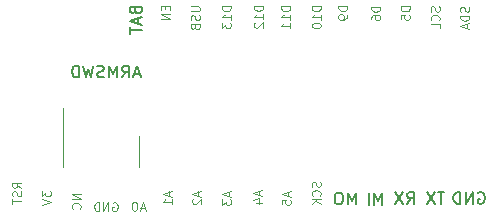
<source format=gbr>
G04 #@! TF.GenerationSoftware,KiCad,Pcbnew,(2017-09-09 revision 8c7175b)-master*
G04 #@! TF.CreationDate,2017-09-11T12:48:41-07:00*
G04 #@! TF.ProjectId,feather_ice40,666561746865725F69636534302E6B69,rev?*
G04 #@! TF.SameCoordinates,Original*
G04 #@! TF.FileFunction,Legend,Bot*
G04 #@! TF.FilePolarity,Positive*
%FSLAX46Y46*%
G04 Gerber Fmt 4.6, Leading zero omitted, Abs format (unit mm)*
G04 Created by KiCad (PCBNEW (2017-09-09 revision 8c7175b)-master) date Monday, September 11, 2017 'PMt' 12:48:41 PM*
%MOMM*%
%LPD*%
G01*
G04 APERTURE LIST*
%ADD10C,0.150000*%
%ADD11C,0.100000*%
%ADD12C,0.120000*%
G04 APERTURE END LIST*
D10*
X108277302Y-69655986D02*
X107801112Y-69655986D01*
X108372540Y-69941700D02*
X108039207Y-68941700D01*
X107705874Y-69941700D01*
X106801112Y-69941700D02*
X107134445Y-69465510D01*
X107372540Y-69941700D02*
X107372540Y-68941700D01*
X106991588Y-68941700D01*
X106896350Y-68989320D01*
X106848731Y-69036939D01*
X106801112Y-69132177D01*
X106801112Y-69275034D01*
X106848731Y-69370272D01*
X106896350Y-69417891D01*
X106991588Y-69465510D01*
X107372540Y-69465510D01*
X106372540Y-69941700D02*
X106372540Y-68941700D01*
X106039207Y-69655986D01*
X105705874Y-68941700D01*
X105705874Y-69941700D01*
X105277302Y-69894081D02*
X105134445Y-69941700D01*
X104896350Y-69941700D01*
X104801112Y-69894081D01*
X104753493Y-69846462D01*
X104705874Y-69751224D01*
X104705874Y-69655986D01*
X104753493Y-69560748D01*
X104801112Y-69513129D01*
X104896350Y-69465510D01*
X105086826Y-69417891D01*
X105182064Y-69370272D01*
X105229683Y-69322653D01*
X105277302Y-69227415D01*
X105277302Y-69132177D01*
X105229683Y-69036939D01*
X105182064Y-68989320D01*
X105086826Y-68941700D01*
X104848731Y-68941700D01*
X104705874Y-68989320D01*
X104372540Y-68941700D02*
X104134445Y-69941700D01*
X103943969Y-69227415D01*
X103753493Y-69941700D01*
X103515398Y-68941700D01*
X103134445Y-69941700D02*
X103134445Y-68941700D01*
X102896350Y-68941700D01*
X102753493Y-68989320D01*
X102658255Y-69084558D01*
X102610636Y-69179796D01*
X102563017Y-69370272D01*
X102563017Y-69513129D01*
X102610636Y-69703605D01*
X102658255Y-69798843D01*
X102753493Y-69894081D01*
X102896350Y-69941700D01*
X103134445Y-69941700D01*
D11*
X98271525Y-79299565D02*
X97914382Y-79049565D01*
X98271525Y-78870994D02*
X97521525Y-78870994D01*
X97521525Y-79156708D01*
X97557240Y-79228137D01*
X97592954Y-79263851D01*
X97664382Y-79299565D01*
X97771525Y-79299565D01*
X97842954Y-79263851D01*
X97878668Y-79228137D01*
X97914382Y-79156708D01*
X97914382Y-78870994D01*
X98235811Y-79585280D02*
X98271525Y-79692422D01*
X98271525Y-79870994D01*
X98235811Y-79942422D01*
X98200097Y-79978137D01*
X98128668Y-80013851D01*
X98057240Y-80013851D01*
X97985811Y-79978137D01*
X97950097Y-79942422D01*
X97914382Y-79870994D01*
X97878668Y-79728137D01*
X97842954Y-79656708D01*
X97807240Y-79620994D01*
X97735811Y-79585280D01*
X97664382Y-79585280D01*
X97592954Y-79620994D01*
X97557240Y-79656708D01*
X97521525Y-79728137D01*
X97521525Y-79906708D01*
X97557240Y-80013851D01*
X97521525Y-80228137D02*
X97521525Y-80656708D01*
X98271525Y-80442422D02*
X97521525Y-80442422D01*
X99995485Y-79545251D02*
X99995485Y-80009537D01*
X100281200Y-79759537D01*
X100281200Y-79866680D01*
X100316914Y-79938108D01*
X100352628Y-79973822D01*
X100424057Y-80009537D01*
X100602628Y-80009537D01*
X100674057Y-79973822D01*
X100709771Y-79938108D01*
X100745485Y-79866680D01*
X100745485Y-79652394D01*
X100709771Y-79580965D01*
X100674057Y-79545251D01*
X99995485Y-80223822D02*
X100745485Y-80473822D01*
X99995485Y-80723822D01*
X103285485Y-79832194D02*
X102535485Y-79832194D01*
X103285485Y-80260765D01*
X102535485Y-80260765D01*
X103214057Y-81046480D02*
X103249771Y-81010765D01*
X103285485Y-80903622D01*
X103285485Y-80832194D01*
X103249771Y-80725051D01*
X103178342Y-80653622D01*
X103106914Y-80617908D01*
X102964057Y-80582194D01*
X102856914Y-80582194D01*
X102714057Y-80617908D01*
X102642628Y-80653622D01*
X102571200Y-80725051D01*
X102535485Y-80832194D01*
X102535485Y-80903622D01*
X102571200Y-81010765D01*
X102606914Y-81046480D01*
X106006828Y-80559560D02*
X106078257Y-80523845D01*
X106185400Y-80523845D01*
X106292542Y-80559560D01*
X106363971Y-80630988D01*
X106399685Y-80702417D01*
X106435400Y-80845274D01*
X106435400Y-80952417D01*
X106399685Y-81095274D01*
X106363971Y-81166702D01*
X106292542Y-81238131D01*
X106185400Y-81273845D01*
X106113971Y-81273845D01*
X106006828Y-81238131D01*
X105971114Y-81202417D01*
X105971114Y-80952417D01*
X106113971Y-80952417D01*
X105649685Y-81273845D02*
X105649685Y-80523845D01*
X105221114Y-81273845D01*
X105221114Y-80523845D01*
X104863971Y-81273845D02*
X104863971Y-80523845D01*
X104685400Y-80523845D01*
X104578257Y-80559560D01*
X104506828Y-80630988D01*
X104471114Y-80702417D01*
X104435400Y-80845274D01*
X104435400Y-80952417D01*
X104471114Y-81095274D01*
X104506828Y-81166702D01*
X104578257Y-81238131D01*
X104685400Y-81273845D01*
X104863971Y-81273845D01*
X108716854Y-81003680D02*
X108359711Y-81003680D01*
X108788282Y-81217965D02*
X108538282Y-80467965D01*
X108288282Y-81217965D01*
X107895425Y-80467965D02*
X107823997Y-80467965D01*
X107752568Y-80503680D01*
X107716854Y-80539394D01*
X107681140Y-80610822D01*
X107645425Y-80753680D01*
X107645425Y-80932251D01*
X107681140Y-81075108D01*
X107716854Y-81146537D01*
X107752568Y-81182251D01*
X107823997Y-81217965D01*
X107895425Y-81217965D01*
X107966854Y-81182251D01*
X108002568Y-81146537D01*
X108038282Y-81075108D01*
X108073997Y-80932251D01*
X108073997Y-80753680D01*
X108038282Y-80610822D01*
X108002568Y-80539394D01*
X107966854Y-80503680D01*
X107895425Y-80467965D01*
X110787720Y-79601285D02*
X110787720Y-79958428D01*
X111002005Y-79529857D02*
X110252005Y-79779857D01*
X111002005Y-80029857D01*
X111002005Y-80672714D02*
X111002005Y-80244142D01*
X111002005Y-80458428D02*
X110252005Y-80458428D01*
X110359148Y-80387000D01*
X110430577Y-80315571D01*
X110466291Y-80244142D01*
X113266760Y-79601285D02*
X113266760Y-79958428D01*
X113481045Y-79529857D02*
X112731045Y-79779857D01*
X113481045Y-80029857D01*
X112802474Y-80244142D02*
X112766760Y-80279857D01*
X112731045Y-80351285D01*
X112731045Y-80529857D01*
X112766760Y-80601285D01*
X112802474Y-80637000D01*
X112873902Y-80672714D01*
X112945331Y-80672714D01*
X113052474Y-80637000D01*
X113481045Y-80208428D01*
X113481045Y-80672714D01*
X115822000Y-79662245D02*
X115822000Y-80019388D01*
X116036285Y-79590817D02*
X115286285Y-79840817D01*
X116036285Y-80090817D01*
X115286285Y-80269388D02*
X115286285Y-80733674D01*
X115572000Y-80483674D01*
X115572000Y-80590817D01*
X115607714Y-80662245D01*
X115643428Y-80697960D01*
X115714857Y-80733674D01*
X115893428Y-80733674D01*
X115964857Y-80697960D01*
X116000571Y-80662245D01*
X116036285Y-80590817D01*
X116036285Y-80376531D01*
X116000571Y-80305102D01*
X115964857Y-80269388D01*
X118438200Y-79540325D02*
X118438200Y-79897468D01*
X118652485Y-79468897D02*
X117902485Y-79718897D01*
X118652485Y-79968897D01*
X118152485Y-80540325D02*
X118652485Y-80540325D01*
X117866771Y-80361754D02*
X118402485Y-80183182D01*
X118402485Y-80647468D01*
X120856280Y-79641925D02*
X120856280Y-79999068D01*
X121070565Y-79570497D02*
X120320565Y-79820497D01*
X121070565Y-80070497D01*
X120320565Y-80677640D02*
X120320565Y-80320497D01*
X120677708Y-80284782D01*
X120641994Y-80320497D01*
X120606280Y-80391925D01*
X120606280Y-80570497D01*
X120641994Y-80641925D01*
X120677708Y-80677640D01*
X120749137Y-80713354D01*
X120927708Y-80713354D01*
X120999137Y-80677640D01*
X121034851Y-80641925D01*
X121070565Y-80570497D01*
X121070565Y-80391925D01*
X121034851Y-80320497D01*
X120999137Y-80284782D01*
X123574851Y-78771394D02*
X123610565Y-78878537D01*
X123610565Y-79057108D01*
X123574851Y-79128537D01*
X123539137Y-79164251D01*
X123467708Y-79199965D01*
X123396280Y-79199965D01*
X123324851Y-79164251D01*
X123289137Y-79128537D01*
X123253422Y-79057108D01*
X123217708Y-78914251D01*
X123181994Y-78842822D01*
X123146280Y-78807108D01*
X123074851Y-78771394D01*
X123003422Y-78771394D01*
X122931994Y-78807108D01*
X122896280Y-78842822D01*
X122860565Y-78914251D01*
X122860565Y-79092822D01*
X122896280Y-79199965D01*
X123539137Y-79949965D02*
X123574851Y-79914251D01*
X123610565Y-79807108D01*
X123610565Y-79735680D01*
X123574851Y-79628537D01*
X123503422Y-79557108D01*
X123431994Y-79521394D01*
X123289137Y-79485680D01*
X123181994Y-79485680D01*
X123039137Y-79521394D01*
X122967708Y-79557108D01*
X122896280Y-79628537D01*
X122860565Y-79735680D01*
X122860565Y-79807108D01*
X122896280Y-79914251D01*
X122931994Y-79949965D01*
X123610565Y-80271394D02*
X122860565Y-80271394D01*
X123610565Y-80699965D02*
X123181994Y-80378537D01*
X122860565Y-80699965D02*
X123289137Y-80271394D01*
D10*
X126587142Y-80690980D02*
X126587142Y-79690980D01*
X126253809Y-80405266D01*
X125920476Y-79690980D01*
X125920476Y-80690980D01*
X125253809Y-79690980D02*
X125063333Y-79690980D01*
X124968095Y-79738600D01*
X124872857Y-79833838D01*
X124825238Y-80024314D01*
X124825238Y-80357647D01*
X124872857Y-80548123D01*
X124968095Y-80643361D01*
X125063333Y-80690980D01*
X125253809Y-80690980D01*
X125349047Y-80643361D01*
X125444285Y-80548123D01*
X125491904Y-80357647D01*
X125491904Y-80024314D01*
X125444285Y-79833838D01*
X125349047Y-79738600D01*
X125253809Y-79690980D01*
X128841428Y-80716380D02*
X128841428Y-79716380D01*
X128508095Y-80430666D01*
X128174761Y-79716380D01*
X128174761Y-80716380D01*
X127698571Y-80716380D02*
X127698571Y-79716380D01*
X130951266Y-80665580D02*
X131284600Y-80189390D01*
X131522695Y-80665580D02*
X131522695Y-79665580D01*
X131141742Y-79665580D01*
X131046504Y-79713200D01*
X130998885Y-79760819D01*
X130951266Y-79856057D01*
X130951266Y-79998914D01*
X130998885Y-80094152D01*
X131046504Y-80141771D01*
X131141742Y-80189390D01*
X131522695Y-80189390D01*
X130617933Y-79665580D02*
X129951266Y-80665580D01*
X129951266Y-79665580D02*
X130617933Y-80665580D01*
X134086504Y-79665580D02*
X133515076Y-79665580D01*
X133800790Y-80665580D02*
X133800790Y-79665580D01*
X133276980Y-79665580D02*
X132610314Y-80665580D01*
X132610314Y-79665580D02*
X133276980Y-80665580D01*
X136956704Y-79687800D02*
X137051942Y-79640180D01*
X137194800Y-79640180D01*
X137337657Y-79687800D01*
X137432895Y-79783038D01*
X137480514Y-79878276D01*
X137528133Y-80068752D01*
X137528133Y-80211609D01*
X137480514Y-80402085D01*
X137432895Y-80497323D01*
X137337657Y-80592561D01*
X137194800Y-80640180D01*
X137099561Y-80640180D01*
X136956704Y-80592561D01*
X136909085Y-80544942D01*
X136909085Y-80211609D01*
X137099561Y-80211609D01*
X136480514Y-80640180D02*
X136480514Y-79640180D01*
X135909085Y-80640180D01*
X135909085Y-79640180D01*
X135432895Y-80640180D02*
X135432895Y-79640180D01*
X135194800Y-79640180D01*
X135051942Y-79687800D01*
X134956704Y-79783038D01*
X134909085Y-79878276D01*
X134861466Y-80068752D01*
X134861466Y-80211609D01*
X134909085Y-80402085D01*
X134956704Y-80497323D01*
X135051942Y-80592561D01*
X135194800Y-80640180D01*
X135432895Y-80640180D01*
D11*
X136163091Y-63965965D02*
X136198805Y-64073108D01*
X136198805Y-64251680D01*
X136163091Y-64323108D01*
X136127377Y-64358822D01*
X136055948Y-64394537D01*
X135984520Y-64394537D01*
X135913091Y-64358822D01*
X135877377Y-64323108D01*
X135841662Y-64251680D01*
X135805948Y-64108822D01*
X135770234Y-64037394D01*
X135734520Y-64001680D01*
X135663091Y-63965965D01*
X135591662Y-63965965D01*
X135520234Y-64001680D01*
X135484520Y-64037394D01*
X135448805Y-64108822D01*
X135448805Y-64287394D01*
X135484520Y-64394537D01*
X136198805Y-64715965D02*
X135448805Y-64715965D01*
X135448805Y-64894537D01*
X135484520Y-65001680D01*
X135555948Y-65073108D01*
X135627377Y-65108822D01*
X135770234Y-65144537D01*
X135877377Y-65144537D01*
X136020234Y-65108822D01*
X136091662Y-65073108D01*
X136163091Y-65001680D01*
X136198805Y-64894537D01*
X136198805Y-64715965D01*
X135984520Y-65430251D02*
X135984520Y-65787394D01*
X136198805Y-65358822D02*
X135448805Y-65608822D01*
X136198805Y-65858822D01*
X133643411Y-63938102D02*
X133679125Y-64045245D01*
X133679125Y-64223817D01*
X133643411Y-64295245D01*
X133607697Y-64330960D01*
X133536268Y-64366674D01*
X133464840Y-64366674D01*
X133393411Y-64330960D01*
X133357697Y-64295245D01*
X133321982Y-64223817D01*
X133286268Y-64080960D01*
X133250554Y-64009531D01*
X133214840Y-63973817D01*
X133143411Y-63938102D01*
X133071982Y-63938102D01*
X133000554Y-63973817D01*
X132964840Y-64009531D01*
X132929125Y-64080960D01*
X132929125Y-64259531D01*
X132964840Y-64366674D01*
X133607697Y-65116674D02*
X133643411Y-65080960D01*
X133679125Y-64973817D01*
X133679125Y-64902388D01*
X133643411Y-64795245D01*
X133571982Y-64723817D01*
X133500554Y-64688102D01*
X133357697Y-64652388D01*
X133250554Y-64652388D01*
X133107697Y-64688102D01*
X133036268Y-64723817D01*
X132964840Y-64795245D01*
X132929125Y-64902388D01*
X132929125Y-64973817D01*
X132964840Y-65080960D01*
X133000554Y-65116674D01*
X133679125Y-65795245D02*
X133679125Y-65438102D01*
X132929125Y-65438102D01*
X131169605Y-63921788D02*
X130419605Y-63921788D01*
X130419605Y-64100360D01*
X130455320Y-64207502D01*
X130526748Y-64278931D01*
X130598177Y-64314645D01*
X130741034Y-64350360D01*
X130848177Y-64350360D01*
X130991034Y-64314645D01*
X131062462Y-64278931D01*
X131133891Y-64207502D01*
X131169605Y-64100360D01*
X131169605Y-63921788D01*
X130419605Y-65028931D02*
X130419605Y-64671788D01*
X130776748Y-64636074D01*
X130741034Y-64671788D01*
X130705320Y-64743217D01*
X130705320Y-64921788D01*
X130741034Y-64993217D01*
X130776748Y-65028931D01*
X130848177Y-65064645D01*
X131026748Y-65064645D01*
X131098177Y-65028931D01*
X131133891Y-64993217D01*
X131169605Y-64921788D01*
X131169605Y-64743217D01*
X131133891Y-64671788D01*
X131098177Y-64636074D01*
X128655005Y-63942108D02*
X127905005Y-63942108D01*
X127905005Y-64120680D01*
X127940720Y-64227822D01*
X128012148Y-64299251D01*
X128083577Y-64334965D01*
X128226434Y-64370680D01*
X128333577Y-64370680D01*
X128476434Y-64334965D01*
X128547862Y-64299251D01*
X128619291Y-64227822D01*
X128655005Y-64120680D01*
X128655005Y-63942108D01*
X127905005Y-65013537D02*
X127905005Y-64870680D01*
X127940720Y-64799251D01*
X127976434Y-64763537D01*
X128083577Y-64692108D01*
X128226434Y-64656394D01*
X128512148Y-64656394D01*
X128583577Y-64692108D01*
X128619291Y-64727822D01*
X128655005Y-64799251D01*
X128655005Y-64942108D01*
X128619291Y-65013537D01*
X128583577Y-65049251D01*
X128512148Y-65084965D01*
X128333577Y-65084965D01*
X128262148Y-65049251D01*
X128226434Y-65013537D01*
X128190720Y-64942108D01*
X128190720Y-64799251D01*
X128226434Y-64727822D01*
X128262148Y-64692108D01*
X128333577Y-64656394D01*
X125871165Y-63901468D02*
X125121165Y-63901468D01*
X125121165Y-64080040D01*
X125156880Y-64187182D01*
X125228308Y-64258611D01*
X125299737Y-64294325D01*
X125442594Y-64330040D01*
X125549737Y-64330040D01*
X125692594Y-64294325D01*
X125764022Y-64258611D01*
X125835451Y-64187182D01*
X125871165Y-64080040D01*
X125871165Y-63901468D01*
X125871165Y-64687182D02*
X125871165Y-64830040D01*
X125835451Y-64901468D01*
X125799737Y-64937182D01*
X125692594Y-65008611D01*
X125549737Y-65044325D01*
X125264022Y-65044325D01*
X125192594Y-65008611D01*
X125156880Y-64972897D01*
X125121165Y-64901468D01*
X125121165Y-64758611D01*
X125156880Y-64687182D01*
X125192594Y-64651468D01*
X125264022Y-64615754D01*
X125442594Y-64615754D01*
X125514022Y-64651468D01*
X125549737Y-64687182D01*
X125585451Y-64758611D01*
X125585451Y-64901468D01*
X125549737Y-64972897D01*
X125514022Y-65008611D01*
X125442594Y-65044325D01*
X123620725Y-63910085D02*
X122870725Y-63910085D01*
X122870725Y-64088657D01*
X122906440Y-64195800D01*
X122977868Y-64267228D01*
X123049297Y-64302942D01*
X123192154Y-64338657D01*
X123299297Y-64338657D01*
X123442154Y-64302942D01*
X123513582Y-64267228D01*
X123585011Y-64195800D01*
X123620725Y-64088657D01*
X123620725Y-63910085D01*
X123620725Y-65052942D02*
X123620725Y-64624371D01*
X123620725Y-64838657D02*
X122870725Y-64838657D01*
X122977868Y-64767228D01*
X123049297Y-64695800D01*
X123085011Y-64624371D01*
X122870725Y-65517228D02*
X122870725Y-65588657D01*
X122906440Y-65660085D01*
X122942154Y-65695800D01*
X123013582Y-65731514D01*
X123156440Y-65767228D01*
X123335011Y-65767228D01*
X123477868Y-65731514D01*
X123549297Y-65695800D01*
X123585011Y-65660085D01*
X123620725Y-65588657D01*
X123620725Y-65517228D01*
X123585011Y-65445800D01*
X123549297Y-65410085D01*
X123477868Y-65374371D01*
X123335011Y-65338657D01*
X123156440Y-65338657D01*
X123013582Y-65374371D01*
X122942154Y-65410085D01*
X122906440Y-65445800D01*
X122870725Y-65517228D01*
X121019765Y-63910085D02*
X120269765Y-63910085D01*
X120269765Y-64088657D01*
X120305480Y-64195800D01*
X120376908Y-64267228D01*
X120448337Y-64302942D01*
X120591194Y-64338657D01*
X120698337Y-64338657D01*
X120841194Y-64302942D01*
X120912622Y-64267228D01*
X120984051Y-64195800D01*
X121019765Y-64088657D01*
X121019765Y-63910085D01*
X121019765Y-65052942D02*
X121019765Y-64624371D01*
X121019765Y-64838657D02*
X120269765Y-64838657D01*
X120376908Y-64767228D01*
X120448337Y-64695800D01*
X120484051Y-64624371D01*
X121019765Y-65767228D02*
X121019765Y-65338657D01*
X121019765Y-65552942D02*
X120269765Y-65552942D01*
X120376908Y-65481514D01*
X120448337Y-65410085D01*
X120484051Y-65338657D01*
X118728685Y-63869445D02*
X117978685Y-63869445D01*
X117978685Y-64048017D01*
X118014400Y-64155160D01*
X118085828Y-64226588D01*
X118157257Y-64262302D01*
X118300114Y-64298017D01*
X118407257Y-64298017D01*
X118550114Y-64262302D01*
X118621542Y-64226588D01*
X118692971Y-64155160D01*
X118728685Y-64048017D01*
X118728685Y-63869445D01*
X118728685Y-65012302D02*
X118728685Y-64583731D01*
X118728685Y-64798017D02*
X117978685Y-64798017D01*
X118085828Y-64726588D01*
X118157257Y-64655160D01*
X118192971Y-64583731D01*
X118050114Y-65298017D02*
X118014400Y-65333731D01*
X117978685Y-65405160D01*
X117978685Y-65583731D01*
X118014400Y-65655160D01*
X118050114Y-65690874D01*
X118121542Y-65726588D01*
X118192971Y-65726588D01*
X118300114Y-65690874D01*
X118728685Y-65262302D01*
X118728685Y-65726588D01*
X116015965Y-63905005D02*
X115265965Y-63905005D01*
X115265965Y-64083577D01*
X115301680Y-64190720D01*
X115373108Y-64262148D01*
X115444537Y-64297862D01*
X115587394Y-64333577D01*
X115694537Y-64333577D01*
X115837394Y-64297862D01*
X115908822Y-64262148D01*
X115980251Y-64190720D01*
X116015965Y-64083577D01*
X116015965Y-63905005D01*
X116015965Y-65047862D02*
X116015965Y-64619291D01*
X116015965Y-64833577D02*
X115265965Y-64833577D01*
X115373108Y-64762148D01*
X115444537Y-64690720D01*
X115480251Y-64619291D01*
X115265965Y-65297862D02*
X115265965Y-65762148D01*
X115551680Y-65512148D01*
X115551680Y-65619291D01*
X115587394Y-65690720D01*
X115623108Y-65726434D01*
X115694537Y-65762148D01*
X115873108Y-65762148D01*
X115944537Y-65726434D01*
X115980251Y-65690720D01*
X116015965Y-65619291D01*
X116015965Y-65405005D01*
X115980251Y-65333577D01*
X115944537Y-65297862D01*
X112614205Y-63925171D02*
X113221348Y-63925171D01*
X113292777Y-63960885D01*
X113328491Y-63996600D01*
X113364205Y-64068028D01*
X113364205Y-64210885D01*
X113328491Y-64282314D01*
X113292777Y-64318028D01*
X113221348Y-64353742D01*
X112614205Y-64353742D01*
X113328491Y-64675171D02*
X113364205Y-64782314D01*
X113364205Y-64960885D01*
X113328491Y-65032314D01*
X113292777Y-65068028D01*
X113221348Y-65103742D01*
X113149920Y-65103742D01*
X113078491Y-65068028D01*
X113042777Y-65032314D01*
X113007062Y-64960885D01*
X112971348Y-64818028D01*
X112935634Y-64746600D01*
X112899920Y-64710885D01*
X112828491Y-64675171D01*
X112757062Y-64675171D01*
X112685634Y-64710885D01*
X112649920Y-64746600D01*
X112614205Y-64818028D01*
X112614205Y-64996600D01*
X112649920Y-65103742D01*
X112971348Y-65675171D02*
X113007062Y-65782314D01*
X113042777Y-65818028D01*
X113114205Y-65853742D01*
X113221348Y-65853742D01*
X113292777Y-65818028D01*
X113328491Y-65782314D01*
X113364205Y-65710885D01*
X113364205Y-65425171D01*
X112614205Y-65425171D01*
X112614205Y-65675171D01*
X112649920Y-65746600D01*
X112685634Y-65782314D01*
X112757062Y-65818028D01*
X112828491Y-65818028D01*
X112899920Y-65782314D01*
X112935634Y-65746600D01*
X112971348Y-65675171D01*
X112971348Y-65425171D01*
X110477068Y-63911628D02*
X110477068Y-64161628D01*
X110869925Y-64268771D02*
X110869925Y-63911628D01*
X110119925Y-63911628D01*
X110119925Y-64268771D01*
X110869925Y-64590200D02*
X110119925Y-64590200D01*
X110869925Y-65018771D01*
X110119925Y-65018771D01*
D10*
X107924291Y-64290984D02*
X107971910Y-64433841D01*
X108019529Y-64481460D01*
X108114767Y-64529080D01*
X108257624Y-64529080D01*
X108352862Y-64481460D01*
X108400481Y-64433841D01*
X108448100Y-64338603D01*
X108448100Y-63957651D01*
X107448100Y-63957651D01*
X107448100Y-64290984D01*
X107495720Y-64386222D01*
X107543339Y-64433841D01*
X107638577Y-64481460D01*
X107733815Y-64481460D01*
X107829053Y-64433841D01*
X107876672Y-64386222D01*
X107924291Y-64290984D01*
X107924291Y-63957651D01*
X108162386Y-64910032D02*
X108162386Y-65386222D01*
X108448100Y-64814794D02*
X107448100Y-65148127D01*
X108448100Y-65481460D01*
X107448100Y-65671937D02*
X107448100Y-66243365D01*
X108448100Y-65957651D02*
X107448100Y-65957651D01*
D12*
X101788600Y-74870000D02*
X101768600Y-74870000D01*
X101768600Y-74870000D02*
X101768600Y-77530000D01*
X101768600Y-77530000D02*
X101788600Y-77530000D01*
X108218600Y-74870000D02*
X108238600Y-74870000D01*
X108238600Y-74870000D02*
X108238600Y-77530000D01*
X108238600Y-77530000D02*
X108218600Y-77530000D01*
X101788600Y-72565000D02*
X101788600Y-74870000D01*
M02*

</source>
